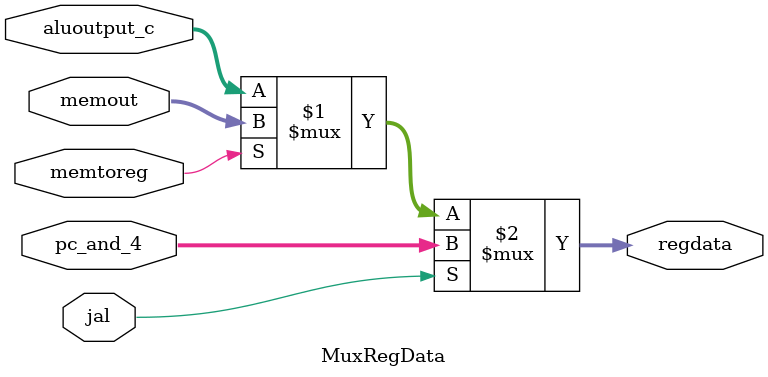
<source format=v>
`timescale 1ns / 1ps
module MuxRegData(
	input [31:0] memout,aluoutput_c,pc_and_4,										//ÊäÈë´æ´¢Æ÷ÖµºÍALUÔËËã½á¹ûºÍpc_and_4
	input memtoreg,jal,																		//ÊäÈë¿ØÖÆÐÅºÅ
	output [31:0] regdata																//Êä³öÊäÈë¼Ä´æÆ÷¶ÑµÄÖµ
    );
	 
	
	assign regdata = jal?pc_and_4:(memtoreg?memout:aluoutput_c);
	
endmodule

</source>
